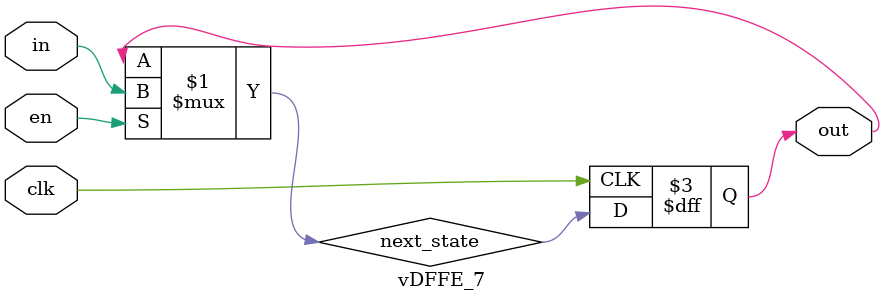
<source format=sv>
module regfile(data_in,writenum,write,readnum,clk,data_out);
input [15:0] data_in;
input [2:0] writenum, readnum;
input write, clk;
output reg [15:0] data_out;

//defines all of the internal signals
wire [7:0] decoder_1;
wire [7:0] decoder_2;
wire [7:0] regload;
reg [15:0] R0, R1, R2, R3, R4, R5, R6, R7;

	//3:8 decoder module with the writenum, transforming to one hot
	Dec3_8 dut_dec1(writenum, decoder_1);
	//assigning if each register should be written into depending on writenum and write signals
	assign regload[0] = decoder_1[0] & write;
	assign regload[1] = decoder_1[1] & write;
	assign regload[2] = decoder_1[2] & write;
	assign regload[3] = decoder_1[3] & write;
	assign regload[4] = decoder_1[4] & write;
	assign regload[5] = decoder_1[5] & write;
	assign regload[6] = decoder_1[6] & write;
	assign regload[7] = decoder_1[7] & write;

	//initializing 8 instanes of the regsiter with load enable to make up the complete regfile
	vDFFE_0 #(16) dut_0(clk, regload[0], data_in, R0);
	vDFFE_1 #(16) dut_1(clk, regload[1], data_in, R1);
	vDFFE_2 #(16) dut_2(clk, regload[2], data_in, R2);
	vDFFE_3 #(16) dut_3(clk, regload[3], data_in, R3);
	vDFFE_4 #(16) dut_4(clk, regload[4], data_in, R4);
	vDFFE_5 #(16) dut_5(clk, regload[5], data_in, R5);
	vDFFE_6 #(16) dut_6(clk, regload[6], data_in, R6);
	vDFFE_7 #(16) dut_7(clk, regload[7], data_in, R7);	

	//initializing a second instance of the 3:8 decoder module for readnum
	Dec3_8 dut_dec2(readnum, decoder_2);

	always_comb begin

	case(decoder_2)
		//depending on the value of readnum, loads a register into data_out 
	8'b00000001 : data_out = R0;
	8'b00000010 : data_out = R1;
	8'b00000100 : data_out = R2;
	8'b00001000 : data_out = R3;
	8'b00010000 : data_out = R4;
	8'b00100000 : data_out = R5;
	8'b01000000 : data_out = R6;	
	8'b10000000 : data_out = R7;

	default : data_out = 16'bxxxxxxxxxxxxxxxx;

	endcase

	end

endmodule



module Dec3_8(in, out); //3:8 decoder module

	input [2:0] in;
	output [7:0] out;

	wire [7:0] out = 1 << in;

endmodule

module vDFFE_0(clk, en, in, out); //register with load enable module
	
	parameter n = 1;
	input clk, en;
	input [n-1:0] in;
	output reg [n-1:0] out;
	wire [n-1:0] next_state;

	assign next_state = en ? in : out;

	always @(posedge clk)
		out = next_state;

endmodule

module vDFFE_1(clk, en, in, out);
	
	parameter n = 1;
	input clk, en;
	input [n-1:0] in;
	output reg [n-1:0] out;
	wire [n-1:0] next_state;

	assign next_state = en ? in : out;

	always @(posedge clk)
		out = next_state;

endmodule

module vDFFE_2(clk, en, in, out);
	
	parameter n = 1;
	input clk, en;
	input [n-1:0] in;
	output reg [n-1:0] out;
	wire [n-1:0] next_state;

	assign next_state = en ? in : out;

	always @(posedge clk)
		out = next_state;

endmodule

module vDFFE_3(clk, en, in, out);
	
	parameter n = 1;
	input clk, en;
	input [n-1:0] in;
	output reg [n-1:0] out;
	wire [n-1:0] next_state;

	assign next_state = en ? in : out;

	always @(posedge clk)
		out = next_state;

endmodule

module vDFFE_4(clk, en, in, out);
	
	parameter n = 1;
	input clk, en;
	input [n-1:0] in;
	output reg [n-1:0] out;
	wire [n-1:0] next_state;

	assign next_state = en ? in : out;

	always @(posedge clk)
		out = next_state;

endmodule

module vDFFE_5(clk, en, in, out);
	
	parameter n = 1;
	input clk, en;
	input [n-1:0] in;
	output reg [n-1:0] out;
	wire [n-1:0] next_state;

	assign next_state = en ? in : out;

	always @(posedge clk)
		out = next_state;

endmodule

module vDFFE_6(clk, en, in, out);
	
	parameter n = 1;
	input clk, en;
	input [n-1:0] in;
	output reg [n-1:0] out;
	wire [n-1:0] next_state;

	assign next_state = en ? in : out;

	always @(posedge clk)
		out = next_state;

endmodule

module vDFFE_7(clk, en, in, out);
	
	parameter n = 1;
	input clk, en;
	input [n-1:0] in;
	output reg [n-1:0] out;
	wire [n-1:0] next_state;

	assign next_state = en ? in : out;

	always @(posedge clk)
		out = next_state;

endmodule






</source>
